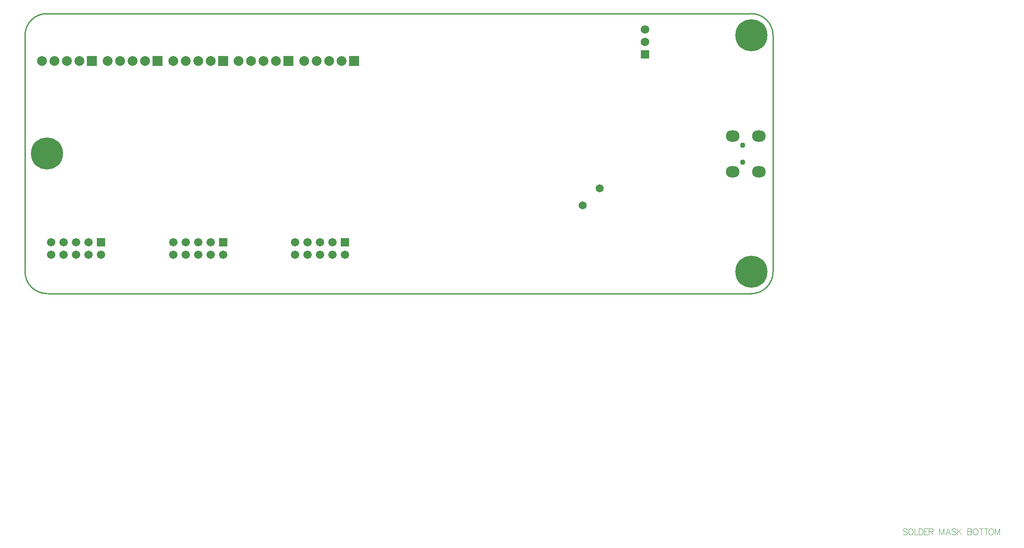
<source format=gbs>
%FSLAX24Y24*%
%MOIN*%
G70*
G01*
G75*
G04 Layer_Color=16711935*
%ADD10R,0.0790X0.0250*%
%ADD11R,0.0374X0.0354*%
%ADD12R,0.0669X0.0433*%
%ADD13R,0.1102X0.0394*%
%ADD14R,0.0600X0.0500*%
%ADD15O,0.0276X0.0827*%
%ADD16R,0.0433X0.0669*%
%ADD17O,0.0236X0.0866*%
%ADD18R,0.0512X0.0276*%
%ADD19R,0.0500X0.0600*%
%ADD20O,0.0827X0.0276*%
%ADD21O,0.0827X0.0157*%
%ADD22R,0.0433X0.0551*%
%ADD23R,0.0846X0.1378*%
%ADD24R,0.0846X0.0433*%
%ADD25R,0.0846X0.0433*%
G04:AMPARAMS|DCode=26|XSize=21.7mil|YSize=68.9mil|CornerRadius=0mil|HoleSize=0mil|Usage=FLASHONLY|Rotation=315.000|XOffset=0mil|YOffset=0mil|HoleType=Round|Shape=Round|*
%AMOVALD26*
21,1,0.0472,0.0217,0.0000,0.0000,45.0*
1,1,0.0217,-0.0167,-0.0167*
1,1,0.0217,0.0167,0.0167*
%
%ADD26OVALD26*%

G04:AMPARAMS|DCode=27|XSize=21.7mil|YSize=68.9mil|CornerRadius=0mil|HoleSize=0mil|Usage=FLASHONLY|Rotation=45.000|XOffset=0mil|YOffset=0mil|HoleType=Round|Shape=Round|*
%AMOVALD27*
21,1,0.0472,0.0217,0.0000,0.0000,135.0*
1,1,0.0217,0.0167,-0.0167*
1,1,0.0217,-0.0167,0.0167*
%
%ADD27OVALD27*%

%ADD28C,0.0591*%
%ADD29O,0.0669X0.0157*%
%ADD30R,0.0787X0.0197*%
%ADD31C,0.0140*%
%ADD32C,0.0250*%
%ADD33C,0.0200*%
%ADD34C,0.0180*%
%ADD35C,0.0049*%
%ADD36R,0.0940X0.1274*%
%ADD37R,0.0220X0.0386*%
%ADD38C,0.0100*%
%ADD39C,0.0079*%
%ADD40C,0.0600*%
%ADD41R,0.0600X0.0600*%
%ADD42C,0.0571*%
%ADD43C,0.0709*%
%ADD44R,0.0709X0.0709*%
%ADD45R,0.0591X0.0591*%
%ADD46C,0.2500*%
%ADD47C,0.0354*%
%ADD48O,0.1024X0.0827*%
%ADD49C,0.0260*%
%ADD50C,0.0098*%
%ADD51C,0.0010*%
%ADD52C,0.0080*%
%ADD53C,0.0039*%
%ADD54R,0.0870X0.0330*%
%ADD55R,0.0454X0.0434*%
%ADD56R,0.0749X0.0513*%
%ADD57R,0.1182X0.0474*%
%ADD58R,0.0680X0.0580*%
%ADD59O,0.0356X0.0907*%
%ADD60R,0.0513X0.0749*%
%ADD61O,0.0316X0.0946*%
%ADD62R,0.0592X0.0356*%
%ADD63R,0.0580X0.0680*%
%ADD64O,0.0907X0.0356*%
%ADD65O,0.0907X0.0237*%
%ADD66R,0.0513X0.0631*%
%ADD67R,0.0926X0.1458*%
%ADD68R,0.0926X0.0513*%
%ADD69R,0.0926X0.0513*%
G04:AMPARAMS|DCode=70|XSize=29.7mil|YSize=76.9mil|CornerRadius=0mil|HoleSize=0mil|Usage=FLASHONLY|Rotation=315.000|XOffset=0mil|YOffset=0mil|HoleType=Round|Shape=Round|*
%AMOVALD70*
21,1,0.0472,0.0297,0.0000,0.0000,45.0*
1,1,0.0297,-0.0167,-0.0167*
1,1,0.0297,0.0167,0.0167*
%
%ADD70OVALD70*%

G04:AMPARAMS|DCode=71|XSize=29.7mil|YSize=76.9mil|CornerRadius=0mil|HoleSize=0mil|Usage=FLASHONLY|Rotation=45.000|XOffset=0mil|YOffset=0mil|HoleType=Round|Shape=Round|*
%AMOVALD71*
21,1,0.0472,0.0297,0.0000,0.0000,135.0*
1,1,0.0297,0.0167,-0.0167*
1,1,0.0297,-0.0167,0.0167*
%
%ADD71OVALD71*%

%ADD72C,0.1181*%
%ADD73O,0.0749X0.0237*%
%ADD74R,0.0867X0.0277*%
%ADD75C,0.0680*%
%ADD76R,0.0680X0.0680*%
%ADD77C,0.0651*%
%ADD78C,0.0789*%
%ADD79R,0.0789X0.0789*%
%ADD80C,0.0671*%
%ADD81R,0.0671X0.0671*%
%ADD82C,0.2580*%
%ADD83C,0.0434*%
%ADD84O,0.1104X0.0907*%
D35*
X70748Y-18945D02*
X70702Y-18898D01*
X70631Y-18874D01*
X70538D01*
X70467Y-18898D01*
X70420Y-18945D01*
Y-18991D01*
X70444Y-19038D01*
X70467Y-19062D01*
X70514Y-19085D01*
X70655Y-19132D01*
X70702Y-19155D01*
X70725Y-19179D01*
X70748Y-19226D01*
Y-19296D01*
X70702Y-19343D01*
X70631Y-19366D01*
X70538D01*
X70467Y-19343D01*
X70420Y-19296D01*
X70999Y-18874D02*
X70952Y-18898D01*
X70905Y-18945D01*
X70882Y-18991D01*
X70859Y-19062D01*
Y-19179D01*
X70882Y-19249D01*
X70905Y-19296D01*
X70952Y-19343D01*
X70999Y-19366D01*
X71093D01*
X71140Y-19343D01*
X71187Y-19296D01*
X71210Y-19249D01*
X71233Y-19179D01*
Y-19062D01*
X71210Y-18991D01*
X71187Y-18945D01*
X71140Y-18898D01*
X71093Y-18874D01*
X70999D01*
X71348D02*
Y-19366D01*
X71629D01*
X71683Y-18874D02*
Y-19366D01*
Y-18874D02*
X71847D01*
X71918Y-18898D01*
X71964Y-18945D01*
X71988Y-18991D01*
X72011Y-19062D01*
Y-19179D01*
X71988Y-19249D01*
X71964Y-19296D01*
X71918Y-19343D01*
X71847Y-19366D01*
X71683D01*
X72426Y-18874D02*
X72121D01*
Y-19366D01*
X72426D01*
X72121Y-19109D02*
X72309D01*
X72508Y-18874D02*
Y-19366D01*
Y-18874D02*
X72719D01*
X72789Y-18898D01*
X72813Y-18921D01*
X72836Y-18968D01*
Y-19015D01*
X72813Y-19062D01*
X72789Y-19085D01*
X72719Y-19109D01*
X72508D01*
X72672D02*
X72836Y-19366D01*
X73333Y-18874D02*
Y-19366D01*
Y-18874D02*
X73520Y-19366D01*
X73708Y-18874D02*
X73520Y-19366D01*
X73708Y-18874D02*
Y-19366D01*
X74223D02*
X74036Y-18874D01*
X73848Y-19366D01*
X73918Y-19202D02*
X74153D01*
X74666Y-18945D02*
X74619Y-18898D01*
X74549Y-18874D01*
X74455D01*
X74385Y-18898D01*
X74338Y-18945D01*
Y-18991D01*
X74361Y-19038D01*
X74385Y-19062D01*
X74432Y-19085D01*
X74572Y-19132D01*
X74619Y-19155D01*
X74642Y-19179D01*
X74666Y-19226D01*
Y-19296D01*
X74619Y-19343D01*
X74549Y-19366D01*
X74455D01*
X74385Y-19343D01*
X74338Y-19296D01*
X74776Y-18874D02*
Y-19366D01*
X75104Y-18874D02*
X74776Y-19202D01*
X74893Y-19085D02*
X75104Y-19366D01*
X75601Y-18874D02*
Y-19366D01*
Y-18874D02*
X75812D01*
X75882Y-18898D01*
X75905Y-18921D01*
X75929Y-18968D01*
Y-19015D01*
X75905Y-19062D01*
X75882Y-19085D01*
X75812Y-19109D01*
X75601D02*
X75812D01*
X75882Y-19132D01*
X75905Y-19155D01*
X75929Y-19202D01*
Y-19273D01*
X75905Y-19319D01*
X75882Y-19343D01*
X75812Y-19366D01*
X75601D01*
X76179Y-18874D02*
X76133Y-18898D01*
X76086Y-18945D01*
X76062Y-18991D01*
X76039Y-19062D01*
Y-19179D01*
X76062Y-19249D01*
X76086Y-19296D01*
X76133Y-19343D01*
X76179Y-19366D01*
X76273D01*
X76320Y-19343D01*
X76367Y-19296D01*
X76390Y-19249D01*
X76414Y-19179D01*
Y-19062D01*
X76390Y-18991D01*
X76367Y-18945D01*
X76320Y-18898D01*
X76273Y-18874D01*
X76179D01*
X76692D02*
Y-19366D01*
X76528Y-18874D02*
X76856D01*
X77079D02*
Y-19366D01*
X76915Y-18874D02*
X77243D01*
X77442D02*
X77395Y-18898D01*
X77349Y-18945D01*
X77325Y-18991D01*
X77302Y-19062D01*
Y-19179D01*
X77325Y-19249D01*
X77349Y-19296D01*
X77395Y-19343D01*
X77442Y-19366D01*
X77536D01*
X77583Y-19343D01*
X77630Y-19296D01*
X77653Y-19249D01*
X77677Y-19179D01*
Y-19062D01*
X77653Y-18991D01*
X77630Y-18945D01*
X77583Y-18898D01*
X77536Y-18874D01*
X77442D01*
X77791D02*
Y-19366D01*
Y-18874D02*
X77979Y-19366D01*
X78166Y-18874D02*
X77979Y-19366D01*
X78166Y-18874D02*
Y-19366D01*
D38*
X60000Y20750D02*
G03*
X58250Y22500I-1750J0D01*
G01*
Y0D02*
G03*
X60000Y1750I0J1750D01*
G01*
X1750Y22500D02*
G03*
X0Y20750I0J-1750D01*
G01*
Y1760D02*
G03*
X1750Y10I1750J0D01*
G01*
X0Y1830D02*
Y20840D01*
X1830Y0D02*
X58250D01*
X1660Y22500D02*
X58190D01*
X60000Y1750D02*
Y20690D01*
D75*
X49740Y21230D02*
D03*
Y20230D02*
D03*
D76*
Y19230D02*
D03*
D77*
X46099Y8449D02*
D03*
X44741Y7091D02*
D03*
D78*
X22400Y18700D02*
D03*
X23400D02*
D03*
X24400D02*
D03*
X25400D02*
D03*
X17140D02*
D03*
X18140D02*
D03*
X19140D02*
D03*
X20140D02*
D03*
X11880D02*
D03*
X12880D02*
D03*
X13880D02*
D03*
X14880D02*
D03*
X6620D02*
D03*
X7620D02*
D03*
X8620D02*
D03*
X9620D02*
D03*
X1360D02*
D03*
X2360D02*
D03*
X3360D02*
D03*
X4360D02*
D03*
D79*
X26400D02*
D03*
X21140D02*
D03*
X15880D02*
D03*
X10620D02*
D03*
X5360D02*
D03*
D80*
X21660Y3140D02*
D03*
Y4140D02*
D03*
X22660Y3140D02*
D03*
Y4140D02*
D03*
X23660Y3140D02*
D03*
Y4140D02*
D03*
X24660Y3140D02*
D03*
Y4140D02*
D03*
X25660Y3140D02*
D03*
X15880D02*
D03*
X14880Y4140D02*
D03*
Y3140D02*
D03*
X13880Y4140D02*
D03*
Y3140D02*
D03*
X12880Y4140D02*
D03*
Y3140D02*
D03*
X11880Y4140D02*
D03*
Y3140D02*
D03*
X2110D02*
D03*
Y4140D02*
D03*
X3110Y3140D02*
D03*
Y4140D02*
D03*
X4110Y3140D02*
D03*
Y4140D02*
D03*
X5110Y3140D02*
D03*
Y4140D02*
D03*
X6110Y3140D02*
D03*
D81*
X25660Y4140D02*
D03*
X15880D02*
D03*
X6110D02*
D03*
D82*
X58250Y20750D02*
D03*
Y1750D02*
D03*
X1750Y11250D02*
D03*
D83*
X57560Y11939D02*
D03*
Y10561D02*
D03*
D84*
X58859Y12667D02*
D03*
X56773D02*
D03*
Y9793D02*
D03*
X58859D02*
D03*
M02*

</source>
